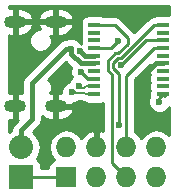
<source format=gbr>
G04 #@! TF.GenerationSoftware,KiCad,Pcbnew,no-vcs-found-7664~57~ubuntu16.10.1*
G04 #@! TF.CreationDate,2017-02-22T20:41:29+01:00*
G04 #@! TF.ProjectId,MysX2USB,4D797358325553422E6B696361645F70,rev?*
G04 #@! TF.FileFunction,Copper,L2,Bot,Signal*
G04 #@! TF.FilePolarity,Positive*
%FSLAX46Y46*%
G04 Gerber Fmt 4.6, Leading zero omitted, Abs format (unit mm)*
G04 Created by KiCad (PCBNEW no-vcs-found-7664~57~ubuntu16.10.1) date Wed Feb 22 20:41:29 2017*
%MOMM*%
%LPD*%
G01*
G04 APERTURE LIST*
%ADD10C,0.100000*%
%ADD11O,1.850000X1.050000*%
%ADD12R,2.032000X2.032000*%
%ADD13O,2.032000X2.032000*%
%ADD14R,1.727200X1.727200*%
%ADD15O,1.727200X1.727200*%
%ADD16R,1.000000X0.400000*%
%ADD17C,0.600000*%
%ADD18C,0.381000*%
%ADD19C,0.254000*%
%ADD20C,0.203200*%
G04 APERTURE END LIST*
D10*
D11*
X115248400Y-112027000D03*
X115248400Y-119177000D03*
X118698400Y-112027000D03*
X118698400Y-119177000D03*
D12*
X115747800Y-125196600D03*
D13*
X115747800Y-122656600D03*
D14*
X119583200Y-125196600D03*
D15*
X119583200Y-122656600D03*
X122123200Y-125196600D03*
X122123200Y-122656600D03*
X124663200Y-125196600D03*
X124663200Y-122656600D03*
X127203200Y-125196600D03*
X127203200Y-122656600D03*
D16*
X127766400Y-112289400D03*
X127766400Y-112939400D03*
X127766400Y-113589400D03*
X127766400Y-114239400D03*
X127766400Y-114889400D03*
X127766400Y-115539400D03*
X127766400Y-116189400D03*
X127766400Y-116839400D03*
X127766400Y-117489400D03*
X127766400Y-118139400D03*
X121966400Y-118139400D03*
X121966400Y-117489400D03*
X121966400Y-116839400D03*
X121966400Y-116189400D03*
X121966400Y-115539400D03*
X121966400Y-114889400D03*
X121966400Y-114239400D03*
X121966400Y-113589400D03*
X121966400Y-112939400D03*
X121966400Y-112289400D03*
D17*
X126009400Y-116687600D03*
X120736998Y-114477800D03*
X119979729Y-114300219D03*
X120086626Y-117987574D03*
X120654574Y-117419626D03*
X124218418Y-115722398D03*
X120853200Y-116281200D03*
X123956790Y-113690400D03*
X127469379Y-118789980D03*
X124058390Y-120781547D03*
D18*
X127766400Y-115539400D02*
X127157600Y-115539400D01*
X127157600Y-115539400D02*
X126009400Y-116687600D01*
X121966400Y-114889400D02*
X121148598Y-114889400D01*
X121148598Y-114889400D02*
X120736998Y-114477800D01*
X120794646Y-115539400D02*
X119979729Y-114724483D01*
X116680099Y-117175585D02*
X119555465Y-114300219D01*
X115747800Y-121219760D02*
X116680099Y-120287461D01*
X119979729Y-114724483D02*
X119979729Y-114300219D01*
X115747800Y-122656600D02*
X115747800Y-121219760D01*
X119555465Y-114300219D02*
X119979729Y-114300219D01*
X116680099Y-120287461D02*
X116680099Y-117175585D01*
X121966400Y-115539400D02*
X120794646Y-115539400D01*
D19*
X124790200Y-113385600D02*
X123694000Y-112289400D01*
X123972614Y-114685786D02*
X124790200Y-113868200D01*
X123694000Y-112289400D02*
X122720400Y-112289400D01*
X123453589Y-120491242D02*
X123494799Y-120450032D01*
X123749252Y-114685786D02*
X123972614Y-114685786D01*
X123128387Y-115306652D02*
X123749252Y-114685786D01*
X123494799Y-116509496D02*
X123128387Y-116143085D01*
X123494799Y-120450032D02*
X123494799Y-116509496D01*
X122720400Y-112289400D02*
X121966400Y-112289400D01*
X124790200Y-113868200D02*
X124790200Y-113385600D01*
X123128387Y-116143085D02*
X123128387Y-115306652D01*
X123453589Y-123986989D02*
X123453589Y-120491242D01*
X124663200Y-125196600D02*
X123453589Y-123986989D01*
X124663200Y-121259600D02*
X124663200Y-122656600D01*
X124663200Y-118872000D02*
X124663200Y-116588600D01*
X124663200Y-121259600D02*
X124663200Y-118872000D01*
X124663200Y-116588600D02*
X127012400Y-114239400D01*
X127012400Y-114239400D02*
X127766400Y-114239400D01*
D20*
X121216400Y-118139400D02*
X121966400Y-118139400D01*
X120226916Y-117847284D02*
X120397232Y-118017600D01*
X120086626Y-117987574D02*
X120226916Y-117847284D01*
X120397232Y-118017600D02*
X121094600Y-118017600D01*
X121094600Y-118017600D02*
X121216400Y-118139400D01*
X120654574Y-117419626D02*
X120514284Y-117559916D01*
X120514284Y-117559916D02*
X120565568Y-117611200D01*
X120565568Y-117611200D02*
X121094600Y-117611200D01*
X121094600Y-117611200D02*
X121216400Y-117489400D01*
X121216400Y-117489400D02*
X121966400Y-117489400D01*
D19*
X124218418Y-115722398D02*
X126351416Y-113589400D01*
X126351416Y-113589400D02*
X127766400Y-113589400D01*
X121966400Y-116839400D02*
X121411400Y-116839400D01*
X121411400Y-116839400D02*
X120853200Y-116281200D01*
X123656791Y-113990399D02*
X123956790Y-113690400D01*
X123407790Y-114239400D02*
X123656791Y-113990399D01*
X121966400Y-114239400D02*
X123407790Y-114239400D01*
X127469379Y-118789980D02*
X127469379Y-118436421D01*
X127469379Y-118436421D02*
X127766400Y-118139400D01*
X127914400Y-118287400D02*
X127766400Y-118139400D01*
X115747800Y-125196600D02*
X119583200Y-125196600D01*
X123928113Y-115117597D02*
X123560197Y-115485513D01*
X123560197Y-115964224D02*
X124058390Y-116462417D01*
X127012400Y-112289400D02*
X124184203Y-115117597D01*
X127766400Y-112289400D02*
X127012400Y-112289400D01*
X124058390Y-116462417D02*
X124058390Y-120357283D01*
X123560197Y-115485513D02*
X123560197Y-115964224D01*
X124058390Y-120357283D02*
X124058390Y-120781547D01*
X124184203Y-115117597D02*
X123928113Y-115117597D01*
G36*
X119995777Y-115907965D02*
X119918362Y-116094401D01*
X119918038Y-116466367D01*
X120025506Y-116726460D01*
X119862382Y-116889299D01*
X119772531Y-117105684D01*
X119557683Y-117194457D01*
X119294434Y-117457247D01*
X119151788Y-117800775D01*
X119151600Y-118017000D01*
X118825400Y-118017000D01*
X118825400Y-119050000D01*
X120091563Y-119050000D01*
X120181155Y-118922657D01*
X120271793Y-118922736D01*
X120615569Y-118780691D01*
X120642106Y-118754200D01*
X120836143Y-118754200D01*
X120934515Y-118819930D01*
X121088407Y-118850541D01*
X121218635Y-118937557D01*
X121466400Y-118986840D01*
X122466400Y-118986840D01*
X122714165Y-118937557D01*
X122732799Y-118925106D01*
X122732799Y-120284066D01*
X122691589Y-120491242D01*
X122691589Y-121288358D01*
X122482226Y-121201642D01*
X122250200Y-121322783D01*
X122250200Y-122529600D01*
X122270200Y-122529600D01*
X122270200Y-122783600D01*
X122250200Y-122783600D01*
X122250200Y-122803600D01*
X121996200Y-122803600D01*
X121996200Y-122783600D01*
X121976200Y-122783600D01*
X121976200Y-122529600D01*
X121996200Y-122529600D01*
X121996200Y-121322783D01*
X121764174Y-121201642D01*
X121348253Y-121373912D01*
X120916379Y-121768110D01*
X120858864Y-121890828D01*
X120642870Y-121567571D01*
X120156689Y-121242715D01*
X119583200Y-121128641D01*
X119009711Y-121242715D01*
X118523530Y-121567571D01*
X118198674Y-122053752D01*
X118084600Y-122627241D01*
X118084600Y-122685959D01*
X118198674Y-123259448D01*
X118511104Y-123727032D01*
X118471835Y-123734843D01*
X118261791Y-123875191D01*
X118121443Y-124085235D01*
X118072160Y-124333000D01*
X118072160Y-124434600D01*
X117411240Y-124434600D01*
X117411240Y-124180600D01*
X117361957Y-123932835D01*
X117221609Y-123722791D01*
X117078928Y-123627454D01*
X117305470Y-123288410D01*
X117431145Y-122656600D01*
X117305470Y-122024790D01*
X116947578Y-121489167D01*
X116766692Y-121368302D01*
X117263816Y-120871178D01*
X117442762Y-120603367D01*
X117505600Y-120287461D01*
X117505599Y-120287456D01*
X117505599Y-120005814D01*
X117737155Y-120200099D01*
X118171400Y-120337000D01*
X118571400Y-120337000D01*
X118571400Y-119304000D01*
X118825400Y-119304000D01*
X118825400Y-120337000D01*
X119225400Y-120337000D01*
X119659645Y-120200099D01*
X120008446Y-119907441D01*
X120217364Y-119482810D01*
X120091563Y-119304000D01*
X118825400Y-119304000D01*
X118571400Y-119304000D01*
X118551400Y-119304000D01*
X118551400Y-119050000D01*
X118571400Y-119050000D01*
X118571400Y-118017000D01*
X118240550Y-118017000D01*
X118333233Y-117793794D01*
X118333567Y-117411882D01*
X118187723Y-117058914D01*
X118076061Y-116947057D01*
X119555465Y-115467653D01*
X119995777Y-115907965D01*
X119995777Y-115907965D01*
G37*
X119995777Y-115907965D02*
X119918362Y-116094401D01*
X119918038Y-116466367D01*
X120025506Y-116726460D01*
X119862382Y-116889299D01*
X119772531Y-117105684D01*
X119557683Y-117194457D01*
X119294434Y-117457247D01*
X119151788Y-117800775D01*
X119151600Y-118017000D01*
X118825400Y-118017000D01*
X118825400Y-119050000D01*
X120091563Y-119050000D01*
X120181155Y-118922657D01*
X120271793Y-118922736D01*
X120615569Y-118780691D01*
X120642106Y-118754200D01*
X120836143Y-118754200D01*
X120934515Y-118819930D01*
X121088407Y-118850541D01*
X121218635Y-118937557D01*
X121466400Y-118986840D01*
X122466400Y-118986840D01*
X122714165Y-118937557D01*
X122732799Y-118925106D01*
X122732799Y-120284066D01*
X122691589Y-120491242D01*
X122691589Y-121288358D01*
X122482226Y-121201642D01*
X122250200Y-121322783D01*
X122250200Y-122529600D01*
X122270200Y-122529600D01*
X122270200Y-122783600D01*
X122250200Y-122783600D01*
X122250200Y-122803600D01*
X121996200Y-122803600D01*
X121996200Y-122783600D01*
X121976200Y-122783600D01*
X121976200Y-122529600D01*
X121996200Y-122529600D01*
X121996200Y-121322783D01*
X121764174Y-121201642D01*
X121348253Y-121373912D01*
X120916379Y-121768110D01*
X120858864Y-121890828D01*
X120642870Y-121567571D01*
X120156689Y-121242715D01*
X119583200Y-121128641D01*
X119009711Y-121242715D01*
X118523530Y-121567571D01*
X118198674Y-122053752D01*
X118084600Y-122627241D01*
X118084600Y-122685959D01*
X118198674Y-123259448D01*
X118511104Y-123727032D01*
X118471835Y-123734843D01*
X118261791Y-123875191D01*
X118121443Y-124085235D01*
X118072160Y-124333000D01*
X118072160Y-124434600D01*
X117411240Y-124434600D01*
X117411240Y-124180600D01*
X117361957Y-123932835D01*
X117221609Y-123722791D01*
X117078928Y-123627454D01*
X117305470Y-123288410D01*
X117431145Y-122656600D01*
X117305470Y-122024790D01*
X116947578Y-121489167D01*
X116766692Y-121368302D01*
X117263816Y-120871178D01*
X117442762Y-120603367D01*
X117505600Y-120287461D01*
X117505599Y-120287456D01*
X117505599Y-120005814D01*
X117737155Y-120200099D01*
X118171400Y-120337000D01*
X118571400Y-120337000D01*
X118571400Y-119304000D01*
X118825400Y-119304000D01*
X118825400Y-120337000D01*
X119225400Y-120337000D01*
X119659645Y-120200099D01*
X120008446Y-119907441D01*
X120217364Y-119482810D01*
X120091563Y-119304000D01*
X118825400Y-119304000D01*
X118571400Y-119304000D01*
X118551400Y-119304000D01*
X118551400Y-119050000D01*
X118571400Y-119050000D01*
X118571400Y-118017000D01*
X118240550Y-118017000D01*
X118333233Y-117793794D01*
X118333567Y-117411882D01*
X118187723Y-117058914D01*
X118076061Y-116947057D01*
X119555465Y-115467653D01*
X119995777Y-115907965D01*
G36*
X126668243Y-115741635D02*
X126663358Y-115766192D01*
X126631400Y-115798150D01*
X126631400Y-115865710D01*
X126639617Y-115885548D01*
X126618960Y-115989400D01*
X126618960Y-116389400D01*
X126643824Y-116514400D01*
X126618960Y-116639400D01*
X126618960Y-117039400D01*
X126643824Y-117164400D01*
X126618960Y-117289400D01*
X126618960Y-117689400D01*
X126643824Y-117814400D01*
X126618960Y-117939400D01*
X126618960Y-118339400D01*
X126627094Y-118380291D01*
X126534541Y-118603181D01*
X126534217Y-118975147D01*
X126676262Y-119318923D01*
X126939052Y-119582172D01*
X127282580Y-119724818D01*
X127654546Y-119725142D01*
X127998322Y-119583097D01*
X128261571Y-119320307D01*
X128290000Y-119251843D01*
X128290000Y-121608174D01*
X128262870Y-121567571D01*
X127776689Y-121242715D01*
X127203200Y-121128641D01*
X126629711Y-121242715D01*
X126143530Y-121567571D01*
X125933200Y-121882352D01*
X125722870Y-121567571D01*
X125425200Y-121368674D01*
X125425200Y-116904230D01*
X126663029Y-115666402D01*
X126718512Y-115666402D01*
X126668243Y-115741635D01*
X126668243Y-115741635D01*
G37*
X126668243Y-115741635D02*
X126663358Y-115766192D01*
X126631400Y-115798150D01*
X126631400Y-115865710D01*
X126639617Y-115885548D01*
X126618960Y-115989400D01*
X126618960Y-116389400D01*
X126643824Y-116514400D01*
X126618960Y-116639400D01*
X126618960Y-117039400D01*
X126643824Y-117164400D01*
X126618960Y-117289400D01*
X126618960Y-117689400D01*
X126643824Y-117814400D01*
X126618960Y-117939400D01*
X126618960Y-118339400D01*
X126627094Y-118380291D01*
X126534541Y-118603181D01*
X126534217Y-118975147D01*
X126676262Y-119318923D01*
X126939052Y-119582172D01*
X127282580Y-119724818D01*
X127654546Y-119725142D01*
X127998322Y-119583097D01*
X128261571Y-119320307D01*
X128290000Y-119251843D01*
X128290000Y-121608174D01*
X128262870Y-121567571D01*
X127776689Y-121242715D01*
X127203200Y-121128641D01*
X126629711Y-121242715D01*
X126143530Y-121567571D01*
X125933200Y-121882352D01*
X125722870Y-121567571D01*
X125425200Y-121368674D01*
X125425200Y-116904230D01*
X126663029Y-115666402D01*
X126718512Y-115666402D01*
X126668243Y-115741635D01*
G36*
X128290000Y-111446654D02*
X128266400Y-111441960D01*
X127266400Y-111441960D01*
X127018635Y-111491243D01*
X126944229Y-111540960D01*
X126720796Y-111585403D01*
X126473585Y-111750584D01*
X125348389Y-112875780D01*
X125329015Y-112846785D01*
X124232815Y-111750585D01*
X124054728Y-111631591D01*
X123985605Y-111585404D01*
X123694000Y-111527400D01*
X122768277Y-111527400D01*
X122714165Y-111491243D01*
X122466400Y-111441960D01*
X121466400Y-111441960D01*
X121218635Y-111491243D01*
X121008591Y-111631591D01*
X120868243Y-111841635D01*
X120818960Y-112089400D01*
X120818960Y-112489400D01*
X120843824Y-112614400D01*
X120818960Y-112739400D01*
X120818960Y-113139400D01*
X120843824Y-113264400D01*
X120818960Y-113389400D01*
X120818960Y-113789400D01*
X120843824Y-113914400D01*
X120839976Y-113933744D01*
X120772846Y-113771276D01*
X120510056Y-113508027D01*
X120166528Y-113365381D01*
X119794562Y-113365057D01*
X119504744Y-113484807D01*
X119250384Y-113535403D01*
X119239560Y-113537556D01*
X118971748Y-113716502D01*
X118971746Y-113716505D01*
X116096382Y-116591868D01*
X115917436Y-116859679D01*
X115864181Y-117127415D01*
X115854599Y-117175585D01*
X115854599Y-118041968D01*
X115775400Y-118017000D01*
X115375400Y-118017000D01*
X115375400Y-119050000D01*
X115395400Y-119050000D01*
X115395400Y-119304000D01*
X115375400Y-119304000D01*
X115375400Y-120337000D01*
X115463126Y-120337000D01*
X115164083Y-120636043D01*
X114985137Y-120903854D01*
X114942286Y-121119283D01*
X114922300Y-121219760D01*
X114922300Y-121239082D01*
X114710000Y-121380937D01*
X114710000Y-120333406D01*
X114721400Y-120337000D01*
X115121400Y-120337000D01*
X115121400Y-119304000D01*
X115101400Y-119304000D01*
X115101400Y-119050000D01*
X115121400Y-119050000D01*
X115121400Y-118017000D01*
X114721400Y-118017000D01*
X114710000Y-118020594D01*
X114710000Y-113792118D01*
X116413233Y-113792118D01*
X116559077Y-114145086D01*
X116828893Y-114415374D01*
X117181606Y-114561833D01*
X117563518Y-114562167D01*
X117916486Y-114416323D01*
X118186774Y-114146507D01*
X118333233Y-113793794D01*
X118333567Y-113411882D01*
X118240647Y-113187000D01*
X118571400Y-113187000D01*
X118571400Y-112154000D01*
X118825400Y-112154000D01*
X118825400Y-113187000D01*
X119225400Y-113187000D01*
X119659645Y-113050099D01*
X120008446Y-112757441D01*
X120217364Y-112332810D01*
X120091563Y-112154000D01*
X118825400Y-112154000D01*
X118571400Y-112154000D01*
X117305237Y-112154000D01*
X117179436Y-112332810D01*
X117331539Y-112641963D01*
X117183282Y-112641833D01*
X116830314Y-112787677D01*
X116560026Y-113057493D01*
X116413567Y-113410206D01*
X116413233Y-113792118D01*
X114710000Y-113792118D01*
X114710000Y-113183406D01*
X114721400Y-113187000D01*
X115121400Y-113187000D01*
X115121400Y-112154000D01*
X115375400Y-112154000D01*
X115375400Y-113187000D01*
X115775400Y-113187000D01*
X116209645Y-113050099D01*
X116558446Y-112757441D01*
X116767364Y-112332810D01*
X116641563Y-112154000D01*
X115375400Y-112154000D01*
X115121400Y-112154000D01*
X115101400Y-112154000D01*
X115101400Y-111900000D01*
X115121400Y-111900000D01*
X115121400Y-110867000D01*
X115375400Y-110867000D01*
X115375400Y-111900000D01*
X116641563Y-111900000D01*
X116767364Y-111721190D01*
X117179436Y-111721190D01*
X117305237Y-111900000D01*
X118571400Y-111900000D01*
X118571400Y-110867000D01*
X118825400Y-110867000D01*
X118825400Y-111900000D01*
X120091563Y-111900000D01*
X120217364Y-111721190D01*
X120008446Y-111296559D01*
X119659645Y-111003901D01*
X119225400Y-110867000D01*
X118825400Y-110867000D01*
X118571400Y-110867000D01*
X118171400Y-110867000D01*
X117737155Y-111003901D01*
X117388354Y-111296559D01*
X117179436Y-111721190D01*
X116767364Y-111721190D01*
X116558446Y-111296559D01*
X116209645Y-111003901D01*
X115775400Y-110867000D01*
X115375400Y-110867000D01*
X115121400Y-110867000D01*
X114721400Y-110867000D01*
X114710000Y-110870594D01*
X114710000Y-110710000D01*
X128290000Y-110710000D01*
X128290000Y-111446654D01*
X128290000Y-111446654D01*
G37*
X128290000Y-111446654D02*
X128266400Y-111441960D01*
X127266400Y-111441960D01*
X127018635Y-111491243D01*
X126944229Y-111540960D01*
X126720796Y-111585403D01*
X126473585Y-111750584D01*
X125348389Y-112875780D01*
X125329015Y-112846785D01*
X124232815Y-111750585D01*
X124054728Y-111631591D01*
X123985605Y-111585404D01*
X123694000Y-111527400D01*
X122768277Y-111527400D01*
X122714165Y-111491243D01*
X122466400Y-111441960D01*
X121466400Y-111441960D01*
X121218635Y-111491243D01*
X121008591Y-111631591D01*
X120868243Y-111841635D01*
X120818960Y-112089400D01*
X120818960Y-112489400D01*
X120843824Y-112614400D01*
X120818960Y-112739400D01*
X120818960Y-113139400D01*
X120843824Y-113264400D01*
X120818960Y-113389400D01*
X120818960Y-113789400D01*
X120843824Y-113914400D01*
X120839976Y-113933744D01*
X120772846Y-113771276D01*
X120510056Y-113508027D01*
X120166528Y-113365381D01*
X119794562Y-113365057D01*
X119504744Y-113484807D01*
X119250384Y-113535403D01*
X119239560Y-113537556D01*
X118971748Y-113716502D01*
X118971746Y-113716505D01*
X116096382Y-116591868D01*
X115917436Y-116859679D01*
X115864181Y-117127415D01*
X115854599Y-117175585D01*
X115854599Y-118041968D01*
X115775400Y-118017000D01*
X115375400Y-118017000D01*
X115375400Y-119050000D01*
X115395400Y-119050000D01*
X115395400Y-119304000D01*
X115375400Y-119304000D01*
X115375400Y-120337000D01*
X115463126Y-120337000D01*
X115164083Y-120636043D01*
X114985137Y-120903854D01*
X114942286Y-121119283D01*
X114922300Y-121219760D01*
X114922300Y-121239082D01*
X114710000Y-121380937D01*
X114710000Y-120333406D01*
X114721400Y-120337000D01*
X115121400Y-120337000D01*
X115121400Y-119304000D01*
X115101400Y-119304000D01*
X115101400Y-119050000D01*
X115121400Y-119050000D01*
X115121400Y-118017000D01*
X114721400Y-118017000D01*
X114710000Y-118020594D01*
X114710000Y-113792118D01*
X116413233Y-113792118D01*
X116559077Y-114145086D01*
X116828893Y-114415374D01*
X117181606Y-114561833D01*
X117563518Y-114562167D01*
X117916486Y-114416323D01*
X118186774Y-114146507D01*
X118333233Y-113793794D01*
X118333567Y-113411882D01*
X118240647Y-113187000D01*
X118571400Y-113187000D01*
X118571400Y-112154000D01*
X118825400Y-112154000D01*
X118825400Y-113187000D01*
X119225400Y-113187000D01*
X119659645Y-113050099D01*
X120008446Y-112757441D01*
X120217364Y-112332810D01*
X120091563Y-112154000D01*
X118825400Y-112154000D01*
X118571400Y-112154000D01*
X117305237Y-112154000D01*
X117179436Y-112332810D01*
X117331539Y-112641963D01*
X117183282Y-112641833D01*
X116830314Y-112787677D01*
X116560026Y-113057493D01*
X116413567Y-113410206D01*
X116413233Y-113792118D01*
X114710000Y-113792118D01*
X114710000Y-113183406D01*
X114721400Y-113187000D01*
X115121400Y-113187000D01*
X115121400Y-112154000D01*
X115375400Y-112154000D01*
X115375400Y-113187000D01*
X115775400Y-113187000D01*
X116209645Y-113050099D01*
X116558446Y-112757441D01*
X116767364Y-112332810D01*
X116641563Y-112154000D01*
X115375400Y-112154000D01*
X115121400Y-112154000D01*
X115101400Y-112154000D01*
X115101400Y-111900000D01*
X115121400Y-111900000D01*
X115121400Y-110867000D01*
X115375400Y-110867000D01*
X115375400Y-111900000D01*
X116641563Y-111900000D01*
X116767364Y-111721190D01*
X117179436Y-111721190D01*
X117305237Y-111900000D01*
X118571400Y-111900000D01*
X118571400Y-110867000D01*
X118825400Y-110867000D01*
X118825400Y-111900000D01*
X120091563Y-111900000D01*
X120217364Y-111721190D01*
X120008446Y-111296559D01*
X119659645Y-111003901D01*
X119225400Y-110867000D01*
X118825400Y-110867000D01*
X118571400Y-110867000D01*
X118171400Y-110867000D01*
X117737155Y-111003901D01*
X117388354Y-111296559D01*
X117179436Y-111721190D01*
X116767364Y-111721190D01*
X116558446Y-111296559D01*
X116209645Y-111003901D01*
X115775400Y-110867000D01*
X115375400Y-110867000D01*
X115121400Y-110867000D01*
X114721400Y-110867000D01*
X114710000Y-110870594D01*
X114710000Y-110710000D01*
X128290000Y-110710000D01*
X128290000Y-111446654D01*
M02*

</source>
